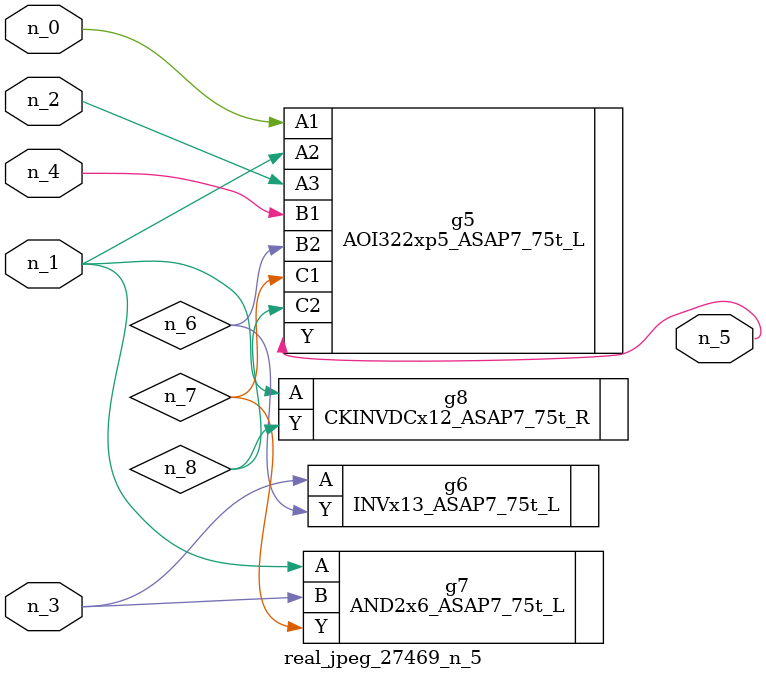
<source format=v>
module real_jpeg_27469_n_5 (n_4, n_0, n_1, n_2, n_3, n_5);

input n_4;
input n_0;
input n_1;
input n_2;
input n_3;

output n_5;

wire n_8;
wire n_6;
wire n_7;

AOI322xp5_ASAP7_75t_L g5 ( 
.A1(n_0),
.A2(n_1),
.A3(n_2),
.B1(n_4),
.B2(n_6),
.C1(n_7),
.C2(n_8),
.Y(n_5)
);

AND2x6_ASAP7_75t_L g7 ( 
.A(n_1),
.B(n_3),
.Y(n_7)
);

CKINVDCx12_ASAP7_75t_R g8 ( 
.A(n_1),
.Y(n_8)
);

INVx13_ASAP7_75t_L g6 ( 
.A(n_3),
.Y(n_6)
);


endmodule
</source>
